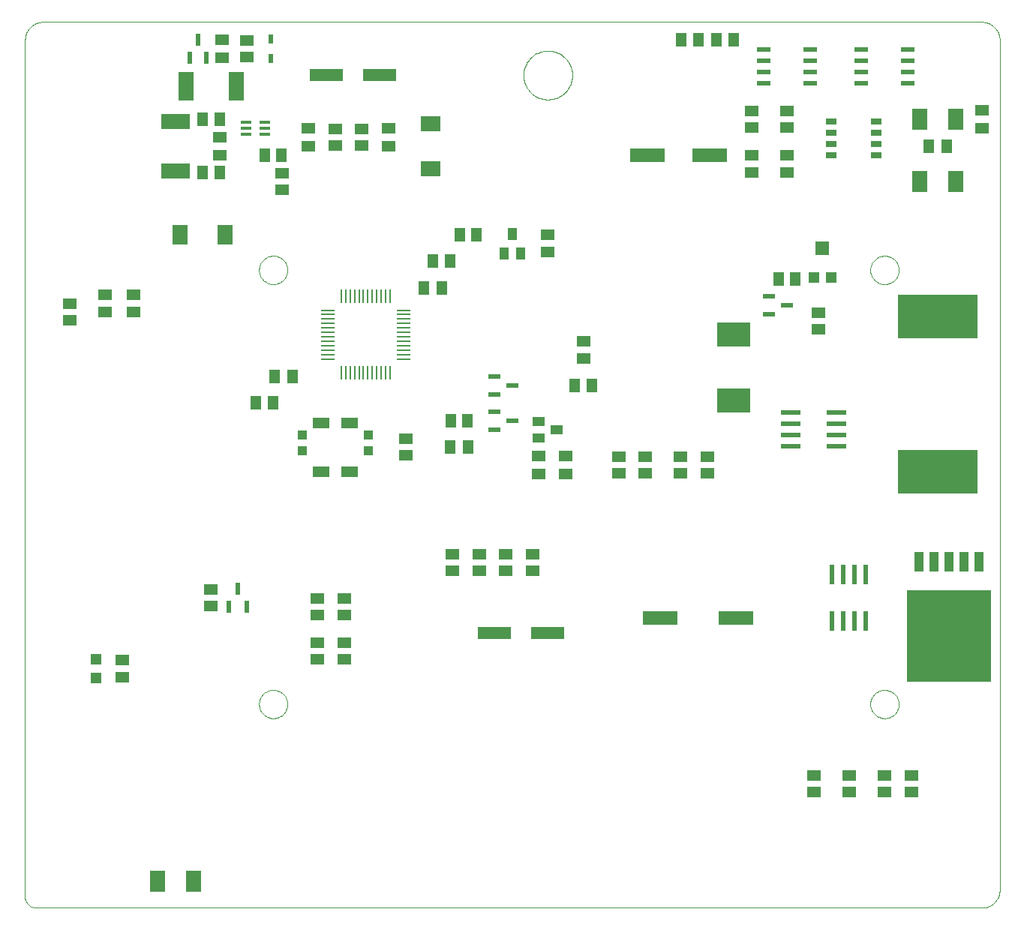
<source format=gtp>
G75*
G70*
%OFA0B0*%
%FSLAX24Y24*%
%IPPOS*%
%LPD*%
%AMOC8*
5,1,8,0,0,1.08239X$1,22.5*
%
%ADD10C,0.0000*%
%ADD11R,0.0098X0.0591*%
%ADD12R,0.0591X0.0098*%
%ADD13R,0.0709X0.1260*%
%ADD14R,0.0709X0.0945*%
%ADD15R,0.0512X0.0630*%
%ADD16R,0.1496X0.0551*%
%ADD17R,0.1575X0.0630*%
%ADD18R,0.0630X0.0512*%
%ADD19R,0.0220X0.0520*%
%ADD20R,0.1260X0.0709*%
%ADD21R,0.0500X0.0250*%
%ADD22R,0.0600X0.0220*%
%ADD23R,0.3543X0.1969*%
%ADD24R,0.0520X0.0390*%
%ADD25R,0.1535X0.0630*%
%ADD26R,0.0866X0.0236*%
%ADD27R,0.0630X0.0591*%
%ADD28R,0.0470X0.0470*%
%ADD29R,0.0866X0.0709*%
%ADD30R,0.0472X0.0472*%
%ADD31R,0.3740X0.4098*%
%ADD32R,0.0420X0.0850*%
%ADD33R,0.1496X0.1102*%
%ADD34R,0.0460X0.0140*%
%ADD35R,0.0520X0.0220*%
%ADD36R,0.0709X0.0866*%
%ADD37R,0.0236X0.0394*%
%ADD38R,0.0236X0.0866*%
%ADD39R,0.0425X0.0413*%
%ADD40R,0.0748X0.0512*%
%ADD41R,0.0394X0.0551*%
D10*
X000554Y000174D02*
X042680Y000174D01*
X042680Y000175D02*
X042734Y000177D01*
X042787Y000182D01*
X042840Y000191D01*
X042892Y000204D01*
X042944Y000220D01*
X042994Y000240D01*
X043042Y000263D01*
X043089Y000290D01*
X043134Y000319D01*
X043177Y000352D01*
X043217Y000387D01*
X043255Y000425D01*
X043290Y000465D01*
X043323Y000508D01*
X043352Y000553D01*
X043379Y000600D01*
X043402Y000648D01*
X043422Y000698D01*
X043438Y000750D01*
X043451Y000802D01*
X043460Y000855D01*
X043465Y000908D01*
X043467Y000962D01*
X043467Y038757D01*
X043465Y038811D01*
X043460Y038864D01*
X043451Y038917D01*
X043438Y038969D01*
X043422Y039021D01*
X043402Y039071D01*
X043379Y039119D01*
X043352Y039166D01*
X043323Y039211D01*
X043290Y039254D01*
X043255Y039294D01*
X043217Y039332D01*
X043177Y039367D01*
X043134Y039400D01*
X043089Y039429D01*
X043042Y039456D01*
X042994Y039479D01*
X042944Y039499D01*
X042892Y039515D01*
X042840Y039528D01*
X042787Y039537D01*
X042734Y039542D01*
X042680Y039544D01*
X000947Y039544D01*
X000893Y039542D01*
X000840Y039537D01*
X000787Y039528D01*
X000735Y039515D01*
X000683Y039499D01*
X000633Y039479D01*
X000585Y039456D01*
X000538Y039429D01*
X000493Y039400D01*
X000450Y039367D01*
X000410Y039332D01*
X000372Y039294D01*
X000337Y039254D01*
X000304Y039211D01*
X000275Y039166D01*
X000248Y039119D01*
X000225Y039071D01*
X000205Y039021D01*
X000189Y038969D01*
X000176Y038917D01*
X000167Y038864D01*
X000162Y038811D01*
X000160Y038757D01*
X000160Y000962D01*
X000161Y000962D02*
X000147Y000915D01*
X000137Y000867D01*
X000131Y000819D01*
X000129Y000770D01*
X000131Y000721D01*
X000136Y000672D01*
X000145Y000624D01*
X000158Y000577D01*
X000175Y000531D01*
X000195Y000487D01*
X000218Y000444D01*
X000245Y000403D01*
X000275Y000365D01*
X000308Y000329D01*
X000343Y000295D01*
X000382Y000265D01*
X000422Y000237D01*
X000464Y000213D01*
X000509Y000192D01*
X000554Y000175D01*
X010554Y009229D02*
X010556Y009279D01*
X010562Y009329D01*
X010572Y009378D01*
X010586Y009426D01*
X010603Y009473D01*
X010624Y009518D01*
X010649Y009562D01*
X010677Y009603D01*
X010709Y009642D01*
X010743Y009679D01*
X010780Y009713D01*
X010820Y009743D01*
X010862Y009770D01*
X010906Y009794D01*
X010952Y009815D01*
X010999Y009831D01*
X011047Y009844D01*
X011097Y009853D01*
X011146Y009858D01*
X011197Y009859D01*
X011247Y009856D01*
X011296Y009849D01*
X011345Y009838D01*
X011393Y009823D01*
X011439Y009805D01*
X011484Y009783D01*
X011527Y009757D01*
X011568Y009728D01*
X011607Y009696D01*
X011643Y009661D01*
X011675Y009623D01*
X011705Y009583D01*
X011732Y009540D01*
X011755Y009496D01*
X011774Y009450D01*
X011790Y009402D01*
X011802Y009353D01*
X011810Y009304D01*
X011814Y009254D01*
X011814Y009204D01*
X011810Y009154D01*
X011802Y009105D01*
X011790Y009056D01*
X011774Y009008D01*
X011755Y008962D01*
X011732Y008918D01*
X011705Y008875D01*
X011675Y008835D01*
X011643Y008797D01*
X011607Y008762D01*
X011568Y008730D01*
X011527Y008701D01*
X011484Y008675D01*
X011439Y008653D01*
X011393Y008635D01*
X011345Y008620D01*
X011296Y008609D01*
X011247Y008602D01*
X011197Y008599D01*
X011146Y008600D01*
X011097Y008605D01*
X011047Y008614D01*
X010999Y008627D01*
X010952Y008643D01*
X010906Y008664D01*
X010862Y008688D01*
X010820Y008715D01*
X010780Y008745D01*
X010743Y008779D01*
X010709Y008816D01*
X010677Y008855D01*
X010649Y008896D01*
X010624Y008940D01*
X010603Y008985D01*
X010586Y009032D01*
X010572Y009080D01*
X010562Y009129D01*
X010556Y009179D01*
X010554Y009229D01*
X010554Y028521D02*
X010556Y028571D01*
X010562Y028621D01*
X010572Y028670D01*
X010586Y028718D01*
X010603Y028765D01*
X010624Y028810D01*
X010649Y028854D01*
X010677Y028895D01*
X010709Y028934D01*
X010743Y028971D01*
X010780Y029005D01*
X010820Y029035D01*
X010862Y029062D01*
X010906Y029086D01*
X010952Y029107D01*
X010999Y029123D01*
X011047Y029136D01*
X011097Y029145D01*
X011146Y029150D01*
X011197Y029151D01*
X011247Y029148D01*
X011296Y029141D01*
X011345Y029130D01*
X011393Y029115D01*
X011439Y029097D01*
X011484Y029075D01*
X011527Y029049D01*
X011568Y029020D01*
X011607Y028988D01*
X011643Y028953D01*
X011675Y028915D01*
X011705Y028875D01*
X011732Y028832D01*
X011755Y028788D01*
X011774Y028742D01*
X011790Y028694D01*
X011802Y028645D01*
X011810Y028596D01*
X011814Y028546D01*
X011814Y028496D01*
X011810Y028446D01*
X011802Y028397D01*
X011790Y028348D01*
X011774Y028300D01*
X011755Y028254D01*
X011732Y028210D01*
X011705Y028167D01*
X011675Y028127D01*
X011643Y028089D01*
X011607Y028054D01*
X011568Y028022D01*
X011527Y027993D01*
X011484Y027967D01*
X011439Y027945D01*
X011393Y027927D01*
X011345Y027912D01*
X011296Y027901D01*
X011247Y027894D01*
X011197Y027891D01*
X011146Y027892D01*
X011097Y027897D01*
X011047Y027906D01*
X010999Y027919D01*
X010952Y027935D01*
X010906Y027956D01*
X010862Y027980D01*
X010820Y028007D01*
X010780Y028037D01*
X010743Y028071D01*
X010709Y028108D01*
X010677Y028147D01*
X010649Y028188D01*
X010624Y028232D01*
X010603Y028277D01*
X010586Y028324D01*
X010572Y028372D01*
X010562Y028421D01*
X010556Y028471D01*
X010554Y028521D01*
X022305Y037182D02*
X022307Y037247D01*
X022313Y037313D01*
X022323Y037377D01*
X022336Y037441D01*
X022354Y037504D01*
X022375Y037566D01*
X022400Y037626D01*
X022429Y037685D01*
X022461Y037742D01*
X022497Y037797D01*
X022535Y037850D01*
X022577Y037900D01*
X022622Y037948D01*
X022670Y037993D01*
X022720Y038035D01*
X022773Y038073D01*
X022828Y038109D01*
X022885Y038141D01*
X022944Y038170D01*
X023004Y038195D01*
X023066Y038216D01*
X023129Y038234D01*
X023193Y038247D01*
X023257Y038257D01*
X023323Y038263D01*
X023388Y038265D01*
X023453Y038263D01*
X023519Y038257D01*
X023583Y038247D01*
X023647Y038234D01*
X023710Y038216D01*
X023772Y038195D01*
X023832Y038170D01*
X023891Y038141D01*
X023948Y038109D01*
X024003Y038073D01*
X024056Y038035D01*
X024106Y037993D01*
X024154Y037948D01*
X024199Y037900D01*
X024241Y037850D01*
X024279Y037797D01*
X024315Y037742D01*
X024347Y037685D01*
X024376Y037626D01*
X024401Y037566D01*
X024422Y037504D01*
X024440Y037441D01*
X024453Y037377D01*
X024463Y037313D01*
X024469Y037247D01*
X024471Y037182D01*
X024469Y037117D01*
X024463Y037051D01*
X024453Y036987D01*
X024440Y036923D01*
X024422Y036860D01*
X024401Y036798D01*
X024376Y036738D01*
X024347Y036679D01*
X024315Y036622D01*
X024279Y036567D01*
X024241Y036514D01*
X024199Y036464D01*
X024154Y036416D01*
X024106Y036371D01*
X024056Y036329D01*
X024003Y036291D01*
X023948Y036255D01*
X023891Y036223D01*
X023832Y036194D01*
X023772Y036169D01*
X023710Y036148D01*
X023647Y036130D01*
X023583Y036117D01*
X023519Y036107D01*
X023453Y036101D01*
X023388Y036099D01*
X023323Y036101D01*
X023257Y036107D01*
X023193Y036117D01*
X023129Y036130D01*
X023066Y036148D01*
X023004Y036169D01*
X022944Y036194D01*
X022885Y036223D01*
X022828Y036255D01*
X022773Y036291D01*
X022720Y036329D01*
X022670Y036371D01*
X022622Y036416D01*
X022577Y036464D01*
X022535Y036514D01*
X022497Y036567D01*
X022461Y036622D01*
X022429Y036679D01*
X022400Y036738D01*
X022375Y036798D01*
X022354Y036860D01*
X022336Y036923D01*
X022323Y036987D01*
X022313Y037051D01*
X022307Y037117D01*
X022305Y037182D01*
X037719Y028521D02*
X037721Y028571D01*
X037727Y028621D01*
X037737Y028670D01*
X037751Y028718D01*
X037768Y028765D01*
X037789Y028810D01*
X037814Y028854D01*
X037842Y028895D01*
X037874Y028934D01*
X037908Y028971D01*
X037945Y029005D01*
X037985Y029035D01*
X038027Y029062D01*
X038071Y029086D01*
X038117Y029107D01*
X038164Y029123D01*
X038212Y029136D01*
X038262Y029145D01*
X038311Y029150D01*
X038362Y029151D01*
X038412Y029148D01*
X038461Y029141D01*
X038510Y029130D01*
X038558Y029115D01*
X038604Y029097D01*
X038649Y029075D01*
X038692Y029049D01*
X038733Y029020D01*
X038772Y028988D01*
X038808Y028953D01*
X038840Y028915D01*
X038870Y028875D01*
X038897Y028832D01*
X038920Y028788D01*
X038939Y028742D01*
X038955Y028694D01*
X038967Y028645D01*
X038975Y028596D01*
X038979Y028546D01*
X038979Y028496D01*
X038975Y028446D01*
X038967Y028397D01*
X038955Y028348D01*
X038939Y028300D01*
X038920Y028254D01*
X038897Y028210D01*
X038870Y028167D01*
X038840Y028127D01*
X038808Y028089D01*
X038772Y028054D01*
X038733Y028022D01*
X038692Y027993D01*
X038649Y027967D01*
X038604Y027945D01*
X038558Y027927D01*
X038510Y027912D01*
X038461Y027901D01*
X038412Y027894D01*
X038362Y027891D01*
X038311Y027892D01*
X038262Y027897D01*
X038212Y027906D01*
X038164Y027919D01*
X038117Y027935D01*
X038071Y027956D01*
X038027Y027980D01*
X037985Y028007D01*
X037945Y028037D01*
X037908Y028071D01*
X037874Y028108D01*
X037842Y028147D01*
X037814Y028188D01*
X037789Y028232D01*
X037768Y028277D01*
X037751Y028324D01*
X037737Y028372D01*
X037727Y028421D01*
X037721Y028471D01*
X037719Y028521D01*
X037719Y009229D02*
X037721Y009279D01*
X037727Y009329D01*
X037737Y009378D01*
X037751Y009426D01*
X037768Y009473D01*
X037789Y009518D01*
X037814Y009562D01*
X037842Y009603D01*
X037874Y009642D01*
X037908Y009679D01*
X037945Y009713D01*
X037985Y009743D01*
X038027Y009770D01*
X038071Y009794D01*
X038117Y009815D01*
X038164Y009831D01*
X038212Y009844D01*
X038262Y009853D01*
X038311Y009858D01*
X038362Y009859D01*
X038412Y009856D01*
X038461Y009849D01*
X038510Y009838D01*
X038558Y009823D01*
X038604Y009805D01*
X038649Y009783D01*
X038692Y009757D01*
X038733Y009728D01*
X038772Y009696D01*
X038808Y009661D01*
X038840Y009623D01*
X038870Y009583D01*
X038897Y009540D01*
X038920Y009496D01*
X038939Y009450D01*
X038955Y009402D01*
X038967Y009353D01*
X038975Y009304D01*
X038979Y009254D01*
X038979Y009204D01*
X038975Y009154D01*
X038967Y009105D01*
X038955Y009056D01*
X038939Y009008D01*
X038920Y008962D01*
X038897Y008918D01*
X038870Y008875D01*
X038840Y008835D01*
X038808Y008797D01*
X038772Y008762D01*
X038733Y008730D01*
X038692Y008701D01*
X038649Y008675D01*
X038604Y008653D01*
X038558Y008635D01*
X038510Y008620D01*
X038461Y008609D01*
X038412Y008602D01*
X038362Y008599D01*
X038311Y008600D01*
X038262Y008605D01*
X038212Y008614D01*
X038164Y008627D01*
X038117Y008643D01*
X038071Y008664D01*
X038027Y008688D01*
X037985Y008715D01*
X037945Y008745D01*
X037908Y008779D01*
X037874Y008816D01*
X037842Y008855D01*
X037814Y008896D01*
X037789Y008940D01*
X037768Y008985D01*
X037751Y009032D01*
X037737Y009080D01*
X037727Y009129D01*
X037721Y009179D01*
X037719Y009229D01*
D11*
X016377Y023962D03*
X016180Y023962D03*
X015983Y023962D03*
X015786Y023962D03*
X015589Y023962D03*
X015392Y023962D03*
X015195Y023962D03*
X014999Y023962D03*
X014802Y023962D03*
X014605Y023962D03*
X014408Y023962D03*
X014211Y023962D03*
X014211Y027347D03*
X014408Y027347D03*
X014605Y027347D03*
X014802Y027347D03*
X014999Y027347D03*
X015195Y027347D03*
X015392Y027347D03*
X015589Y027347D03*
X015786Y027347D03*
X015983Y027347D03*
X016180Y027347D03*
X016377Y027347D03*
D12*
X016987Y026737D03*
X016987Y026540D03*
X016987Y026344D03*
X016987Y026147D03*
X016987Y025950D03*
X016987Y025753D03*
X016987Y025556D03*
X016987Y025359D03*
X016987Y025162D03*
X016987Y024966D03*
X016987Y024769D03*
X016987Y024572D03*
X013601Y024572D03*
X013601Y024769D03*
X013601Y024966D03*
X013601Y025162D03*
X013601Y025359D03*
X013601Y025556D03*
X013601Y025753D03*
X013601Y025950D03*
X013601Y026147D03*
X013601Y026344D03*
X013601Y026540D03*
X013601Y026737D03*
D13*
X009530Y036690D03*
X007325Y036690D03*
D14*
X039914Y035214D03*
X041508Y035214D03*
X041508Y032458D03*
X039914Y032458D03*
X007650Y001355D03*
X006056Y001355D03*
D15*
X019058Y020647D03*
X019845Y020647D03*
X019825Y021828D03*
X019077Y021828D03*
X024569Y023403D03*
X025357Y023403D03*
X019058Y028914D03*
X018270Y028914D03*
X017877Y027733D03*
X018664Y027733D03*
X019471Y030095D03*
X020219Y030095D03*
X012046Y023796D03*
X011258Y023796D03*
X011184Y022615D03*
X010396Y022615D03*
X008802Y032851D03*
X008054Y032851D03*
X008054Y035214D03*
X008802Y035214D03*
X010810Y033639D03*
X011558Y033639D03*
X029314Y038757D03*
X030062Y038757D03*
X030869Y038757D03*
X031656Y038757D03*
X040317Y034032D03*
X041105Y034032D03*
X034392Y028127D03*
X033644Y028127D03*
D16*
X023388Y012379D03*
X021026Y012379D03*
X015908Y037182D03*
X013546Y037182D03*
D17*
X027798Y033639D03*
X030593Y033639D03*
D18*
X032443Y033619D03*
X032443Y032871D03*
X034018Y032871D03*
X034018Y033619D03*
X034018Y034840D03*
X034018Y035588D03*
X032443Y035588D03*
X032443Y034840D03*
X035396Y026631D03*
X035396Y025883D03*
X030475Y020233D03*
X030475Y019485D03*
X029294Y019485D03*
X029294Y020233D03*
X027719Y020233D03*
X027719Y019485D03*
X026538Y019485D03*
X026538Y020233D03*
X024176Y020253D03*
X024176Y019466D03*
X022995Y019466D03*
X022995Y020253D03*
X022699Y015903D03*
X022699Y015155D03*
X021518Y015155D03*
X021518Y015903D03*
X020337Y015903D03*
X020337Y015155D03*
X019156Y015155D03*
X019156Y015903D03*
X017089Y020273D03*
X017089Y021021D03*
X014333Y013934D03*
X014333Y013186D03*
X013152Y013186D03*
X013152Y013934D03*
X013152Y011966D03*
X013152Y011218D03*
X014333Y011218D03*
X014333Y011966D03*
X008428Y013580D03*
X008428Y014328D03*
X004491Y011178D03*
X004491Y010430D03*
X002129Y026277D03*
X002129Y027025D03*
X003703Y026670D03*
X003703Y027418D03*
X004983Y027438D03*
X004983Y026651D03*
X008821Y033639D03*
X008821Y034426D03*
X011577Y032832D03*
X011577Y032084D03*
X012758Y034032D03*
X012758Y034820D03*
X013940Y034800D03*
X013940Y034052D03*
X015121Y034052D03*
X015121Y034800D03*
X016302Y034820D03*
X016302Y034032D03*
X010003Y037989D03*
X010003Y038737D03*
X008920Y038757D03*
X008920Y037969D03*
X023388Y030076D03*
X023388Y029328D03*
X024963Y025351D03*
X024963Y024603D03*
X042680Y034820D03*
X042680Y035607D03*
X039530Y006060D03*
X039530Y005312D03*
X038349Y005312D03*
X038349Y006060D03*
X036774Y006060D03*
X036774Y005312D03*
X035199Y005312D03*
X035199Y006060D03*
D19*
X010009Y013554D03*
X009209Y013554D03*
X009609Y014354D03*
X008197Y037963D03*
X007477Y037963D03*
X007837Y038763D03*
D20*
X006853Y035135D03*
X006853Y032930D03*
D21*
X035987Y033639D03*
X035987Y034139D03*
X035987Y034639D03*
X035987Y035139D03*
X037987Y035139D03*
X037987Y034639D03*
X037987Y034139D03*
X037987Y033639D03*
D22*
X037309Y036826D03*
X037309Y037326D03*
X037309Y037826D03*
X037309Y038326D03*
X039389Y038326D03*
X039389Y037826D03*
X039389Y037326D03*
X039389Y036826D03*
X035058Y036826D03*
X035058Y037326D03*
X035058Y037826D03*
X035058Y038326D03*
X032978Y038326D03*
X032978Y037826D03*
X032978Y037326D03*
X032978Y036826D03*
D23*
X040711Y026454D03*
X040711Y019564D03*
D24*
X023788Y021434D03*
X022988Y021064D03*
X022988Y021804D03*
D25*
X028384Y013068D03*
X031731Y013068D03*
D26*
X034176Y020684D03*
X034176Y021184D03*
X034176Y021684D03*
X034176Y022184D03*
X036223Y022184D03*
X036223Y021684D03*
X036223Y021184D03*
X036223Y020684D03*
D27*
X035593Y029485D03*
D28*
X035199Y028206D03*
X035987Y028206D03*
D29*
X018172Y033029D03*
X018172Y035036D03*
D30*
X003310Y011218D03*
X003310Y010391D03*
D31*
X041203Y012265D03*
D32*
X041203Y015545D03*
X041873Y015545D03*
X042543Y015545D03*
X040533Y015545D03*
X039863Y015545D03*
D33*
X031656Y022733D03*
X031656Y025647D03*
D34*
X010806Y034560D03*
X010806Y034820D03*
X010806Y035080D03*
X009986Y035080D03*
X009986Y034820D03*
X009986Y034560D03*
D35*
X021020Y023803D03*
X021820Y023403D03*
X021020Y023003D03*
X021020Y022228D03*
X021820Y021828D03*
X021020Y021428D03*
X033225Y026546D03*
X033225Y027346D03*
X034025Y026946D03*
D36*
X009038Y030095D03*
X007030Y030095D03*
D37*
X011085Y037930D03*
X011085Y038796D03*
D38*
X036024Y014977D03*
X036524Y014977D03*
X037024Y014977D03*
X037524Y014977D03*
X037524Y012930D03*
X037024Y012930D03*
X036524Y012930D03*
X036024Y012930D03*
D39*
X015416Y020499D03*
X015416Y021188D03*
X012463Y021188D03*
X012463Y020499D03*
D40*
X013310Y019564D03*
X014569Y019564D03*
X014569Y021729D03*
X013310Y021729D03*
D41*
X021440Y029269D03*
X022188Y029269D03*
X021814Y030135D03*
M02*

</source>
